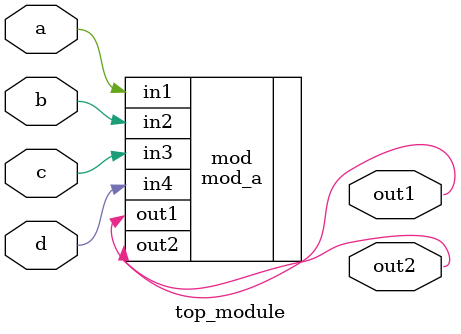
<source format=v>
module top_module ( 
    input a, 
    input b, 
    input c,
    input d,
    output out1,
    output out2
);
    
    mod_a mod(.out1(out1), .out2(out2), .in1(a), .in2(b), .in3(c), .in4(d));

endmodule

</source>
